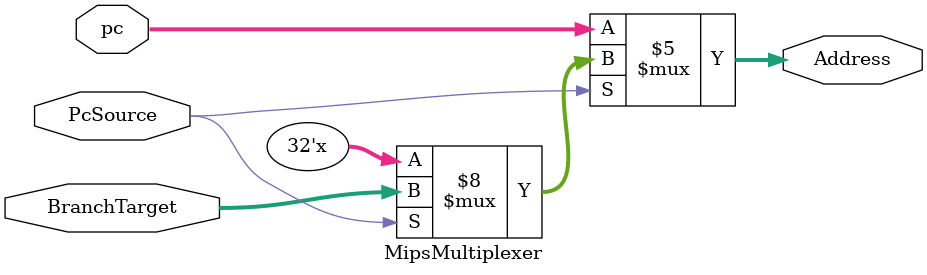
<source format=v>
`timescale 1ns / 1ps

module MipsMultiplexer(pc,BranchTarget,PcSource,Address);

	input [31:0]pc; 				  // 32 Bit
	input [31:0] BranchTarget;  // 32 Bit
	input PcSource;  				// 1 Bit
	output reg[31:0] Address;

	always @(PcSource or pc or BranchTarget)
		begin 
			if (PcSource == 1)
				Address = BranchTarget;
			if (PcSource == 0)
				Address = pc;
		end

endmodule

</source>
